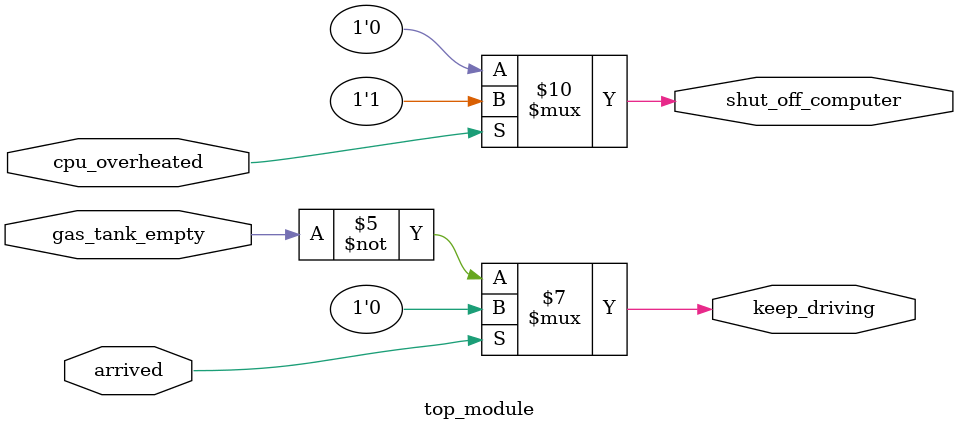
<source format=sv>
module top_module (
	input cpu_overheated,
	output reg shut_off_computer,
	input arrived,
	input gas_tank_empty,
	output reg keep_driving
);

always @* begin
	if (cpu_overheated == 1'b1)
		shut_off_computer = 1'b1;
	else
		shut_off_computer = 1'b0;
end

always @* begin
	if (arrived == 1'b0)
		keep_driving = ~gas_tank_empty;
	else
		keep_driving = 1'b0;
end

endmodule

</source>
